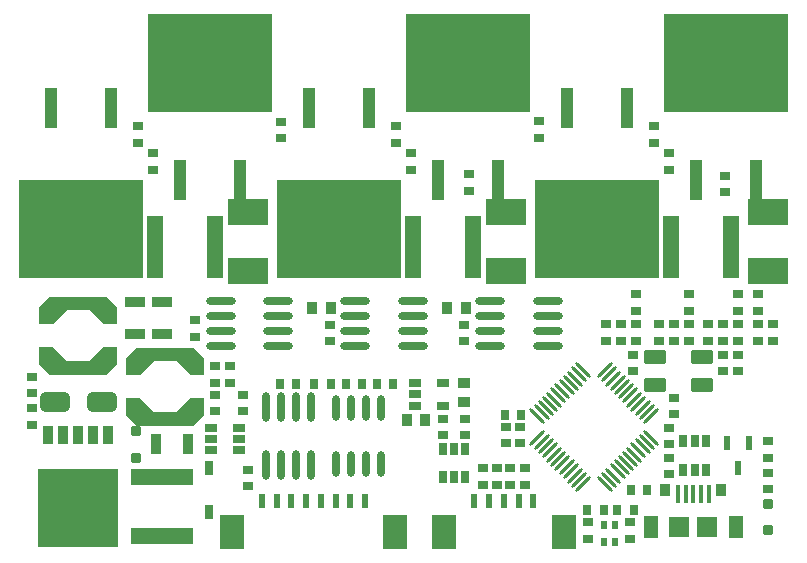
<source format=gtp>
G04 Layer_Color=8421504*
%FSLAX25Y25*%
%MOIN*%
G70*
G01*
G75*
%ADD10R,0.13189X0.08858*%
%ADD11R,0.03543X0.02756*%
%ADD12R,0.02756X0.03543*%
%ADD13R,0.02362X0.04724*%
%ADD14R,0.08268X0.11811*%
%ADD16R,0.04331X0.02559*%
%ADD17R,0.26575X0.25984*%
%ADD18R,0.03543X0.06299*%
%ADD19O,0.02362X0.08661*%
G04:AMPARAMS|DCode=20|XSize=11.81mil|YSize=70.87mil|CornerRadius=0mil|HoleSize=0mil|Usage=FLASHONLY|Rotation=315.000|XOffset=0mil|YOffset=0mil|HoleType=Round|Shape=Round|*
%AMOVALD20*
21,1,0.05905,0.01181,0.00000,0.00000,45.0*
1,1,0.01181,-0.02088,-0.02088*
1,1,0.01181,0.02088,0.02088*
%
%ADD20OVALD20*%

G04:AMPARAMS|DCode=21|XSize=11.81mil|YSize=70.87mil|CornerRadius=0mil|HoleSize=0mil|Usage=FLASHONLY|Rotation=225.000|XOffset=0mil|YOffset=0mil|HoleType=Round|Shape=Round|*
%AMOVALD21*
21,1,0.05905,0.01181,0.00000,0.00000,315.0*
1,1,0.01181,-0.02088,0.02088*
1,1,0.01181,0.02088,-0.02088*
%
%ADD21OVALD21*%

%ADD23R,0.41299X0.32992*%
%ADD24R,0.04000X0.13795*%
%ADD25R,0.02362X0.05118*%
%ADD26R,0.02362X0.03150*%
%ADD27R,0.16732X0.01968*%
%ADD28R,0.07087X0.07087*%
G04:AMPARAMS|DCode=29|XSize=59.05mil|YSize=13.78mil|CornerRadius=1.38mil|HoleSize=0mil|Usage=FLASHONLY|Rotation=90.000|XOffset=0mil|YOffset=0mil|HoleType=Round|Shape=RoundedRectangle|*
%AMROUNDEDRECTD29*
21,1,0.05905,0.01102,0,0,90.0*
21,1,0.05630,0.01378,0,0,90.0*
1,1,0.00276,0.00551,0.02815*
1,1,0.00276,0.00551,-0.02815*
1,1,0.00276,-0.00551,-0.02815*
1,1,0.00276,-0.00551,0.02815*
%
%ADD29ROUNDEDRECTD29*%
%ADD30O,0.02559X0.09842*%
G04:AMPARAMS|DCode=31|XSize=98.42mil|YSize=66.93mil|CornerRadius=16.73mil|HoleSize=0mil|Usage=FLASHONLY|Rotation=0.000|XOffset=0mil|YOffset=0mil|HoleType=Round|Shape=RoundedRectangle|*
%AMROUNDEDRECTD31*
21,1,0.09842,0.03347,0,0,0.0*
21,1,0.06496,0.06693,0,0,0.0*
1,1,0.03346,0.03248,-0.01673*
1,1,0.03346,-0.03248,-0.01673*
1,1,0.03346,-0.03248,0.01673*
1,1,0.03346,0.03248,0.01673*
%
%ADD31ROUNDEDRECTD31*%
G04:AMPARAMS|DCode=32|XSize=31.5mil|YSize=31.5mil|CornerRadius=4.72mil|HoleSize=0mil|Usage=FLASHONLY|Rotation=180.000|XOffset=0mil|YOffset=0mil|HoleType=Round|Shape=RoundedRectangle|*
%AMROUNDEDRECTD32*
21,1,0.03150,0.02205,0,0,180.0*
21,1,0.02205,0.03150,0,0,180.0*
1,1,0.00945,-0.01102,0.01102*
1,1,0.00945,0.01102,0.01102*
1,1,0.00945,0.01102,-0.01102*
1,1,0.00945,-0.01102,-0.01102*
%
%ADD32ROUNDEDRECTD32*%
%ADD33R,0.05315X0.20866*%
%ADD34R,0.03740X0.06693*%
%ADD35R,0.06693X0.03740*%
%ADD36R,0.20866X0.05315*%
%ADD37R,0.03543X0.03937*%
%ADD38R,0.02559X0.04331*%
%ADD39R,0.03937X0.03543*%
%ADD40R,0.02756X0.04724*%
G04:AMPARAMS|DCode=41|XSize=70.87mil|YSize=47.24mil|CornerRadius=4.72mil|HoleSize=0mil|Usage=FLASHONLY|Rotation=180.000|XOffset=0mil|YOffset=0mil|HoleType=Round|Shape=RoundedRectangle|*
%AMROUNDEDRECTD41*
21,1,0.07087,0.03780,0,0,180.0*
21,1,0.06142,0.04724,0,0,180.0*
1,1,0.00945,-0.03071,0.01890*
1,1,0.00945,0.03071,0.01890*
1,1,0.00945,0.03071,-0.01890*
1,1,0.00945,-0.03071,-0.01890*
%
%ADD41ROUNDEDRECTD41*%
%ADD42O,0.09842X0.02559*%
%ADD67R,0.04900X0.07700*%
%ADD68R,0.03600X0.04400*%
G36*
X115992Y66449D02*
X115992Y60937D01*
X111268D01*
X106840Y65366D01*
X99162Y65366D01*
X94733Y60937D01*
X90009D01*
X90009Y66450D01*
X93550Y69991D01*
X112450Y69991D01*
X115992Y66449D01*
D02*
G37*
G36*
X115991Y47550D02*
X112450Y44009D01*
X93550Y44009D01*
X90008Y47551D01*
X90008Y53063D01*
X94731D01*
X99160Y48634D01*
X106838Y48634D01*
X111267Y53063D01*
X115991D01*
X115991Y47550D01*
D02*
G37*
G36*
X86992Y83449D02*
X86992Y77937D01*
X82269D01*
X77839Y82366D01*
X70162Y82366D01*
X65733Y77937D01*
X61009D01*
X61009Y83450D01*
X64550Y86991D01*
X83450Y86991D01*
X86992Y83449D01*
D02*
G37*
G36*
X86991Y64550D02*
X83450Y61009D01*
X64550Y61009D01*
X61008Y64551D01*
X61008Y70063D01*
X65732D01*
X70161Y65634D01*
X77838Y65634D01*
X82267Y70063D01*
X86991D01*
X86991Y64550D01*
D02*
G37*
D10*
X304000Y95468D02*
D03*
Y115154D02*
D03*
X216600Y95468D02*
D03*
Y115154D02*
D03*
X130500Y95468D02*
D03*
Y115154D02*
D03*
D11*
X221300Y38144D02*
D03*
Y43656D02*
D03*
X204400Y122244D02*
D03*
Y127756D02*
D03*
X119500Y54256D02*
D03*
Y48744D02*
D03*
X58500Y49756D02*
D03*
Y44244D02*
D03*
X119500Y63756D02*
D03*
Y58244D02*
D03*
X58500Y60256D02*
D03*
Y54744D02*
D03*
X300500Y87756D02*
D03*
Y82244D02*
D03*
X260100Y87756D02*
D03*
Y82244D02*
D03*
Y77756D02*
D03*
Y72244D02*
D03*
X141500Y145256D02*
D03*
Y139744D02*
D03*
X277500Y87756D02*
D03*
Y82244D02*
D03*
Y77756D02*
D03*
Y72244D02*
D03*
X227500Y145356D02*
D03*
Y139844D02*
D03*
X294000Y87756D02*
D03*
Y82244D02*
D03*
Y77756D02*
D03*
Y72244D02*
D03*
X289600Y127256D02*
D03*
Y121744D02*
D03*
X99000Y129244D02*
D03*
Y134756D02*
D03*
X185000Y129244D02*
D03*
Y134756D02*
D03*
X271000Y129244D02*
D03*
Y134756D02*
D03*
X94000Y143756D02*
D03*
Y138244D02*
D03*
X180000Y143756D02*
D03*
Y138244D02*
D03*
X266000Y143756D02*
D03*
Y138244D02*
D03*
X213500Y24244D02*
D03*
Y29756D02*
D03*
X304000Y28256D02*
D03*
Y22744D02*
D03*
X218100Y24244D02*
D03*
Y29756D02*
D03*
X304000Y38756D02*
D03*
Y33244D02*
D03*
X222800Y24244D02*
D03*
Y29756D02*
D03*
X271000Y33256D02*
D03*
Y27744D02*
D03*
X130500Y29256D02*
D03*
Y23744D02*
D03*
X288900Y67556D02*
D03*
Y62044D02*
D03*
X258000Y11756D02*
D03*
Y6244D02*
D03*
X244000Y6244D02*
D03*
Y11756D02*
D03*
X124500Y58244D02*
D03*
Y63756D02*
D03*
X305500Y72244D02*
D03*
Y77756D02*
D03*
X129000Y48744D02*
D03*
Y54256D02*
D03*
X255100Y72244D02*
D03*
Y77756D02*
D03*
X272500Y72244D02*
D03*
Y77756D02*
D03*
X289000Y72244D02*
D03*
Y77756D02*
D03*
X112992Y79134D02*
D03*
Y73622D02*
D03*
X157874Y77559D02*
D03*
Y72047D02*
D03*
X202756Y77559D02*
D03*
Y72047D02*
D03*
X293900Y67556D02*
D03*
Y62044D02*
D03*
X259089Y62122D02*
D03*
Y67634D02*
D03*
X272500Y53256D02*
D03*
Y47744D02*
D03*
X271000Y37744D02*
D03*
Y43256D02*
D03*
X216700Y43656D02*
D03*
Y38144D02*
D03*
X300500Y77756D02*
D03*
Y72244D02*
D03*
X250100Y77756D02*
D03*
Y72244D02*
D03*
X267500Y77756D02*
D03*
Y72244D02*
D03*
X284000Y77756D02*
D03*
Y72244D02*
D03*
X203000Y46256D02*
D03*
Y40744D02*
D03*
X195500Y46256D02*
D03*
Y40744D02*
D03*
X208900Y24244D02*
D03*
Y29756D02*
D03*
D12*
X216244Y47600D02*
D03*
X221756D02*
D03*
X253744Y16000D02*
D03*
X259256D02*
D03*
X258244Y22500D02*
D03*
X263756D02*
D03*
X243744Y16000D02*
D03*
X249256D02*
D03*
X146756Y58000D02*
D03*
X141244D02*
D03*
X168656D02*
D03*
X163144D02*
D03*
X158256Y58000D02*
D03*
X152744D02*
D03*
X178956D02*
D03*
X173444D02*
D03*
D13*
X169685Y19000D02*
D03*
X164764D02*
D03*
X159843D02*
D03*
X154921D02*
D03*
X150000D02*
D03*
X145079D02*
D03*
X140157D02*
D03*
X135236D02*
D03*
X225764D02*
D03*
X220843D02*
D03*
X215921D02*
D03*
X211000D02*
D03*
X206079D02*
D03*
D14*
X179724Y8567D02*
D03*
X125197D02*
D03*
X235803D02*
D03*
X196077D02*
D03*
D16*
X118276Y43240D02*
D03*
Y39500D02*
D03*
Y35760D02*
D03*
X127724D02*
D03*
Y39500D02*
D03*
Y43240D02*
D03*
X186176Y58140D02*
D03*
Y54400D02*
D03*
Y50660D02*
D03*
X195624D02*
D03*
Y58140D02*
D03*
D17*
X74000Y16591D02*
D03*
D18*
X64000Y41000D02*
D03*
X69000D02*
D03*
X74000D02*
D03*
X79000D02*
D03*
X84000D02*
D03*
D19*
X175000Y49949D02*
D03*
X170000D02*
D03*
X165000D02*
D03*
X160000D02*
D03*
X175000Y31051D02*
D03*
X170000D02*
D03*
X165000D02*
D03*
X160000D02*
D03*
D20*
X264930Y47119D02*
D03*
X263539Y48511D02*
D03*
X262146Y49903D02*
D03*
X260755Y51295D02*
D03*
X259363Y52687D02*
D03*
X257971Y54079D02*
D03*
X256579Y55471D02*
D03*
X255187Y56863D02*
D03*
X253795Y58255D02*
D03*
X252403Y59646D02*
D03*
X251011Y61039D02*
D03*
X249619Y62430D02*
D03*
X227070Y39881D02*
D03*
X228462Y38489D02*
D03*
X229854Y37097D02*
D03*
X231245Y35705D02*
D03*
X232637Y34313D02*
D03*
X234029Y32921D02*
D03*
X235421Y31529D02*
D03*
X236813Y30137D02*
D03*
X238205Y28745D02*
D03*
X239597Y27354D02*
D03*
X240989Y25962D02*
D03*
X242381Y24570D02*
D03*
D21*
X242381Y62430D02*
D03*
X240989Y61039D02*
D03*
X239597Y59646D02*
D03*
X238205Y58255D02*
D03*
X236813Y56863D02*
D03*
X235421Y55471D02*
D03*
X234029Y54079D02*
D03*
X232637Y52687D02*
D03*
X231245Y51295D02*
D03*
X229854Y49903D02*
D03*
X228462Y48511D02*
D03*
X227070Y47119D02*
D03*
X249619Y24570D02*
D03*
X251011Y25962D02*
D03*
X252403Y27354D02*
D03*
X253795Y28745D02*
D03*
X255187Y30137D02*
D03*
X256579Y31529D02*
D03*
X257971Y32921D02*
D03*
X259363Y34313D02*
D03*
X260755Y35705D02*
D03*
X262146Y37097D02*
D03*
X263539Y38489D02*
D03*
X264930Y39881D02*
D03*
D23*
X118000Y164961D02*
D03*
X204000D02*
D03*
X75000Y109646D02*
D03*
X161000D02*
D03*
X247000D02*
D03*
X290000Y164961D02*
D03*
D24*
X128000Y126000D02*
D03*
X108000D02*
D03*
X214000D02*
D03*
X194000D02*
D03*
X65000Y150000D02*
D03*
X85000D02*
D03*
X151000D02*
D03*
X171000D02*
D03*
X237000D02*
D03*
X257000D02*
D03*
X300000Y126000D02*
D03*
X280000D02*
D03*
D25*
X297740Y38134D02*
D03*
X290260D02*
D03*
X294000Y29866D02*
D03*
D26*
X252870Y5244D02*
D03*
X249130D02*
D03*
Y10756D02*
D03*
X252870D02*
D03*
D27*
X103000Y46370D02*
D03*
Y67630D02*
D03*
X74000Y63370D02*
D03*
Y84630D02*
D03*
D28*
X283724Y10268D02*
D03*
X274276D02*
D03*
D29*
X273882Y21291D02*
D03*
X276441Y21291D02*
D03*
X279000Y21291D02*
D03*
X281559D02*
D03*
X284118D02*
D03*
D30*
X136500Y30854D02*
D03*
X141500D02*
D03*
X146500D02*
D03*
X151500D02*
D03*
X136500Y50146D02*
D03*
X141500D02*
D03*
X146500D02*
D03*
X151500D02*
D03*
D31*
X66126Y52000D02*
D03*
X81874D02*
D03*
D32*
X304000Y17929D02*
D03*
Y9071D02*
D03*
X93300Y33271D02*
D03*
Y42129D02*
D03*
D33*
X119641Y103504D02*
D03*
X99759D02*
D03*
X291641Y103500D02*
D03*
X271759D02*
D03*
X205641D02*
D03*
X185759D02*
D03*
D34*
X110515Y37900D02*
D03*
X99885D02*
D03*
D35*
X93000Y85315D02*
D03*
Y74685D02*
D03*
X102000Y85315D02*
D03*
Y74685D02*
D03*
D36*
X102000Y7059D02*
D03*
Y26941D02*
D03*
D37*
X196850Y83071D02*
D03*
X203150D02*
D03*
X151969D02*
D03*
X158268D02*
D03*
X189750Y45700D02*
D03*
X183450D02*
D03*
D38*
X275760Y38724D02*
D03*
X279500D02*
D03*
X283240D02*
D03*
Y29276D02*
D03*
X279500D02*
D03*
X275760D02*
D03*
X202940Y26876D02*
D03*
X199200D02*
D03*
X195460D02*
D03*
Y36324D02*
D03*
X199200D02*
D03*
X202940D02*
D03*
D39*
X202500Y51850D02*
D03*
Y58150D02*
D03*
D40*
X117500Y15217D02*
D03*
Y29783D02*
D03*
D41*
X266226Y66924D02*
D03*
X281974D02*
D03*
Y57476D02*
D03*
X266226D02*
D03*
D42*
X140748Y70453D02*
D03*
Y75453D02*
D03*
Y80453D02*
D03*
Y85453D02*
D03*
X121457Y70453D02*
D03*
Y75453D02*
D03*
Y80453D02*
D03*
Y85453D02*
D03*
X185630Y70453D02*
D03*
Y75453D02*
D03*
Y80453D02*
D03*
Y85453D02*
D03*
X166339Y70453D02*
D03*
Y75453D02*
D03*
Y80453D02*
D03*
Y85453D02*
D03*
X230512Y70453D02*
D03*
Y75453D02*
D03*
Y80453D02*
D03*
Y85453D02*
D03*
X211221Y70453D02*
D03*
Y75453D02*
D03*
Y80453D02*
D03*
Y85453D02*
D03*
D67*
X264850Y10250D02*
D03*
X293197D02*
D03*
D68*
X269500Y22500D02*
D03*
X288398D02*
D03*
M02*

</source>
